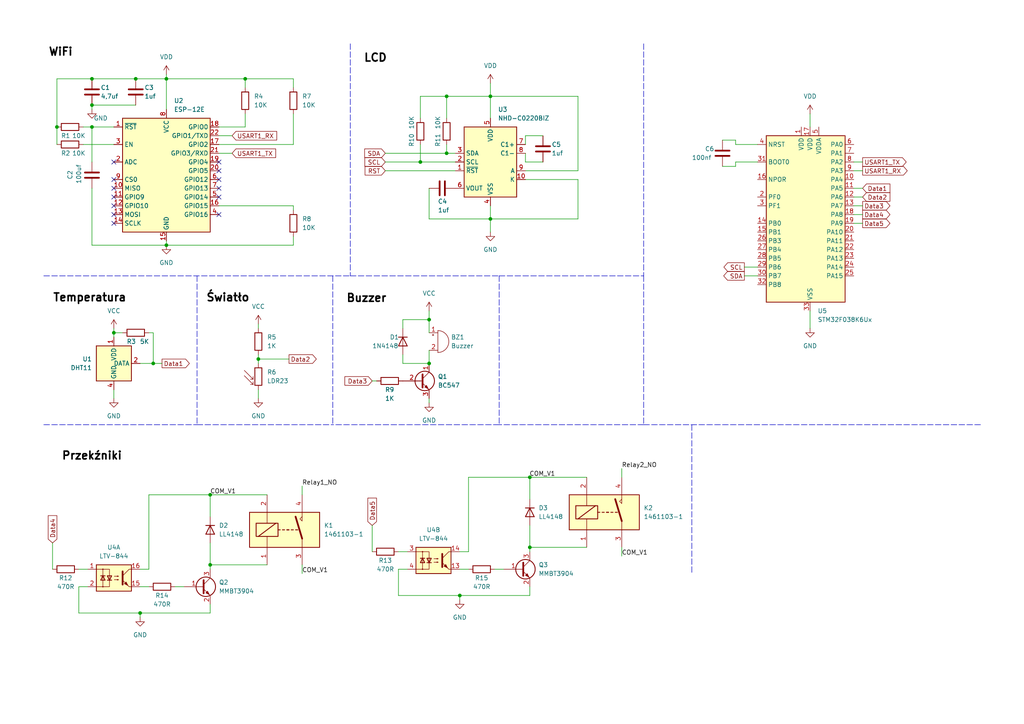
<source format=kicad_sch>
(kicad_sch (version 20230121) (generator eeschema)
  (paper "A4")
  (lib_symbols
    (symbol "Device:Buzzer" (pin_names (offset 0.0254) hide)
      (property "Reference" "BZ" (at 3.81 1.27 0))
      (property "Value" "Buzzer" (at 3.81 -1.27 0))
      (symbol "Buzzer_0_1"
        (arc (start 0 -3.175) (mid 3.1612 0) (end 0 3.175))
        (polyline (pts (xy -1.651 1.905) (xy -1.143 1.905)))
        (polyline (pts (xy -1.397 2.159) (xy -1.397 1.651)))
        (polyline (pts (xy 0 3.175) (xy 0 -3.175)))
      )
      (symbol "Buzzer_1_1"
        (pin passive line (at -2.54 2.54 0) (length 2.54) (name "-") (number "1"))
        (pin passive line (at -2.54 -2.54 0) (length 2.54) (name "+") (number "2"))
      )
    )
    (symbol "Device:C" (pin_numbers hide) (pin_names (offset 0.254))
      (property "Reference" "C" (at 0.635 2.54 0))
      (property "Value" "C" (at 0.635 -2.54 0))
      (symbol "C_0_1"
        (polyline (pts (xy -2.032 -0.762) (xy 2.032 -0.762)) (stroke (width 0.508)))
        (polyline (pts (xy -2.032 0.762) (xy 2.032 0.762)) (stroke (width 0.508)))
      )
      (symbol "C_1_1"
        (pin passive line (at 0 3.81 270) (length 2.794) (name "~") (number "1"))
        (pin passive line (at 0 -3.81 90) (length 2.794) (name "~") (number "2"))
      )
    )
    (symbol "Device:R" (pin_numbers hide) (pin_names (offset 0))
      (property "Reference" "R" (at 2.032 0 90))
      (property "Value" "R" (at 0 0 90))
      (symbol "R_0_1"
        (rectangle (start -1.016 -2.54) (end 1.016 2.54) (stroke (width 0.254)))
      )
      (symbol "R_1_1"
        (pin passive line (at 0 3.81 270) (length 1.27) (name "~") (number "1"))
        (pin passive line (at 0 -3.81 90) (length 1.27) (name "~") (number "2"))
      )
    )
    (symbol "Diode:1N4148" (pin_numbers hide) (pin_names hide)
      (property "Reference" "D" (at 0 2.54 0))
      (property "Value" "1N4148" (at 0 -2.54 0))
      (symbol "1N4148_0_1"
        (polyline (pts (xy -1.27 1.27) (xy -1.27 -1.27)) (stroke (width 0.254)))
        (polyline (pts (xy 1.27 0) (xy -1.27 0)))
        (polyline (pts (xy 1.27 1.27) (xy 1.27 -1.27) (xy -1.27 0) (xy 1.27 1.27)) (stroke (width 0.254)))
      )
      (symbol "1N4148_1_1"
        (pin passive line (at -3.81 0 0) (length 2.54) (name "K") (number "1"))
        (pin passive line (at 3.81 0 180) (length 2.54) (name "A") (number "2"))
      )
    )
    (symbol "Diode:LL4148" (pin_numbers hide) (pin_names hide)
      (property "Reference" "D" (at 0 2.54 0))
      (property "Value" "LL4148" (at 0 -2.54 0))
      (symbol "LL4148_0_1"
        (polyline (pts (xy -1.27 1.27) (xy -1.27 -1.27)) (stroke (width 0.254)))
        (polyline (pts (xy 1.27 0) (xy -1.27 0)))
        (polyline (pts (xy 1.27 1.27) (xy 1.27 -1.27) (xy -1.27 0) (xy 1.27 1.27)) (stroke (width 0.254)))
      )
      (symbol "LL4148_1_1"
        (pin passive line (at -3.81 0 0) (length 2.54) (name "K") (number "1"))
        (pin passive line (at 3.81 0 180) (length 2.54) (name "A") (number "2"))
      )
    )
    (symbol "Display_Character:NHD-C0220BIZ"
      (property "Reference" "U" (at -6.35 11.43 0))
      (property "Value" "NHD-C0220BIZ" (at 8.89 11.43 0))
      (symbol "NHD-C0220BIZ_0_1"
        (rectangle (start -7.62 10.16) (end 7.62 -10.16) (stroke (width 0.254)) (fill (type background)))
      )
      (symbol "NHD-C0220BIZ_1_1"
        (pin input line (at -10.16 -2.54 0) (length 2.54) (name "~{RST}") (number "1"))
        (pin passive line (at 10.16 -5.08 180) (length 2.54) (name "K") (number "10"))
        (pin input line (at -10.16 0 0) (length 2.54) (name "SCL") (number "2"))
        (pin bidirectional line (at -10.16 2.54 0) (length 2.54) (name "SDA") (number "3"))
        (pin power_in line (at 0 -12.7 90) (length 2.54) (name "VSS") (number "4"))
        (pin power_in line (at 0 12.7 270) (length 2.54) (name "VDD") (number "5"))
        (pin passive line (at -10.16 -7.62 0) (length 2.54) (name "VOUT") (number "6"))
        (pin passive line (at 10.16 5.08 180) (length 2.54) (name "C1+") (number "7"))
        (pin passive line (at 10.16 2.54 180) (length 2.54) (name "C1-") (number "8"))
        (pin passive line (at 10.16 -2.54 180) (length 2.54) (name "A") (number "9"))
      )
    )
    (symbol "Isolator:LTV-844" (pin_names (offset 1.016))
      (property "Reference" "U" (at -5.08 5.08 0))
      (property "Value" "LTV-844" (at 0 5.08 0))
      (symbol "LTV-844_0_1"
        (rectangle (start -5.08 3.81) (end 5.08 -3.81) (stroke (width 0.254)) (fill (type background)))
        (circle (center -3.175 -2.54) (radius 0.127))
        (circle (center -3.175 2.54) (radius 0.127))
        (polyline (pts (xy -3.81 0.635) (xy -2.54 0.635)) (stroke (width 0.254)))
        (polyline (pts (xy -3.175 0.635) (xy -3.175 -2.54)))
        (polyline (pts (xy -3.175 0.635) (xy -3.175 2.54)))
        (polyline (pts (xy -1.905 -0.635) (xy -0.635 -0.635)) (stroke (width 0.254)))
        (polyline (pts (xy 2.54 0.635) (xy 4.445 2.54)))
        (polyline (pts (xy 4.445 -2.54) (xy 2.54 -0.635)) (fill (type outline)))
        (polyline (pts (xy 4.445 -2.54) (xy 5.08 -2.54)))
        (polyline (pts (xy 4.445 2.54) (xy 5.08 2.54)))
        (polyline (pts (xy -5.08 2.54) (xy -1.27 2.54) (xy -1.27 -0.635)))
        (polyline (pts (xy -1.27 -0.635) (xy -1.27 -2.54) (xy -5.08 -2.54)))
        (polyline (pts (xy 2.54 1.905) (xy 2.54 -1.905) (xy 2.54 -1.905)) (stroke (width 0.508)))
        (polyline (pts (xy -3.175 0.635) (xy -3.81 -0.635) (xy -2.54 -0.635) (xy -3.175 0.635)) (stroke (width 0.254)))
        (polyline (pts (xy -1.27 -0.635) (xy -1.905 0.635) (xy -0.635 0.635) (xy -1.27 -0.635)) (stroke (width 0.254)))
        (polyline (pts (xy 0.127 -0.508) (xy 1.397 -0.508) (xy 1.016 -0.635) (xy 1.016 -0.381) (xy 1.397 -0.508)))
        (polyline (pts (xy 0.127 0.508) (xy 1.397 0.508) (xy 1.016 0.381) (xy 1.016 0.635) (xy 1.397 0.508)))
        (polyline (pts (xy 3.048 -1.651) (xy 3.556 -1.143) (xy 4.064 -2.159) (xy 3.048 -1.651) (xy 3.048 -1.651)) (fill (type outline)))
      )
      (symbol "LTV-844_1_1"
        (pin passive line (at -7.62 2.54 0) (length 2.54) (name "~") (number "1"))
        (pin passive line (at 7.62 -2.54 180) (length 2.54) (name "~") (number "15"))
        (pin passive line (at 7.62 2.54 180) (length 2.54) (name "~") (number "16"))
        (pin passive line (at -7.62 -2.54 0) (length 2.54) (name "~") (number "2"))
      )
      (symbol "LTV-844_2_1"
        (pin passive line (at 7.62 -2.54 180) (length 2.54) (name "~") (number "13"))
        (pin passive line (at 7.62 2.54 180) (length 2.54) (name "~") (number "14"))
        (pin passive line (at -7.62 2.54 0) (length 2.54) (name "~") (number "3"))
        (pin passive line (at -7.62 -2.54 0) (length 2.54) (name "~") (number "4"))
      )
      (symbol "LTV-844_3_1"
        (pin passive line (at 7.62 -2.54 180) (length 2.54) (name "~") (number "11"))
        (pin passive line (at 7.62 2.54 180) (length 2.54) (name "~") (number "12"))
        (pin passive line (at -7.62 2.54 0) (length 2.54) (name "~") (number "5"))
        (pin passive line (at -7.62 -2.54 0) (length 2.54) (name "~") (number "6"))
      )
      (symbol "LTV-844_4_1"
        (pin passive line (at 7.62 2.54 180) (length 2.54) (name "~") (number "10"))
        (pin passive line (at -7.62 2.54 0) (length 2.54) (name "~") (number "7"))
        (pin passive line (at -7.62 -2.54 0) (length 2.54) (name "~") (number "8"))
        (pin passive line (at 7.62 -2.54 180) (length 2.54) (name "~") (number "9"))
      )
    )
    (symbol "MCU_ST_STM32F0:STM32F038K6Ux"
      (property "Reference" "U" (at -10.16 26.67 0))
      (property "Value" "STM32F038K6Ux" (at 7.62 26.67 0))
      (symbol "STM32F038K6Ux_0_1"
        (rectangle (start -10.16 -22.86) (end 12.7 25.4) (stroke (width 0.254)) (fill (type background)))
      )
      (symbol "STM32F038K6Ux_1_1"
        (pin power_in line (at 0 27.94 270) (length 2.54) (name "VDD") (number "1"))
        (pin bidirectional line (at 15.24 12.7 180) (length 2.54) (name "PA4") (number "10"))
        (pin bidirectional line (at 15.24 10.16 180) (length 2.54) (name "PA5") (number "11"))
        (pin bidirectional line (at 15.24 7.62 180) (length 2.54) (name "PA6") (number "12"))
        (pin bidirectional line (at 15.24 5.08 180) (length 2.54) (name "PA7") (number "13"))
        (pin bidirectional line (at -12.7 0 0) (length 2.54) (name "PB0") (number "14"))
        (pin bidirectional line (at -12.7 -2.54 0) (length 2.54) (name "PB1") (number "15"))
        (pin input line (at -12.7 12.7 0) (length 2.54) (name "NPOR") (number "16"))
        (pin power_in line (at 2.54 27.94 270) (length 2.54) (name "VDD") (number "17"))
        (pin bidirectional line (at 15.24 2.54 180) (length 2.54) (name "PA8") (number "18"))
        (pin bidirectional line (at 15.24 0 180) (length 2.54) (name "PA9") (number "19"))
        (pin bidirectional line (at -12.7 7.62 0) (length 2.54) (name "PF0") (number "2"))
        (pin bidirectional line (at 15.24 -2.54 180) (length 2.54) (name "PA10") (number "20"))
        (pin bidirectional line (at 15.24 -5.08 180) (length 2.54) (name "PA11") (number "21"))
        (pin bidirectional line (at 15.24 -7.62 180) (length 2.54) (name "PA12") (number "22"))
        (pin bidirectional line (at 15.24 -10.16 180) (length 2.54) (name "PA13") (number "23"))
        (pin bidirectional line (at 15.24 -12.7 180) (length 2.54) (name "PA14") (number "24"))
        (pin bidirectional line (at 15.24 -15.24 180) (length 2.54) (name "PA15") (number "25"))
        (pin bidirectional line (at -12.7 -5.08 0) (length 2.54) (name "PB3") (number "26"))
        (pin bidirectional line (at -12.7 -7.62 0) (length 2.54) (name "PB4") (number "27"))
        (pin bidirectional line (at -12.7 -10.16 0) (length 2.54) (name "PB5") (number "28"))
        (pin bidirectional line (at -12.7 -12.7 0) (length 2.54) (name "PB6") (number "29"))
        (pin bidirectional line (at -12.7 5.08 0) (length 2.54) (name "PF1") (number "3"))
        (pin bidirectional line (at -12.7 -15.24 0) (length 2.54) (name "PB7") (number "30"))
        (pin input line (at -12.7 17.78 0) (length 2.54) (name "BOOT0") (number "31"))
        (pin bidirectional line (at -12.7 -17.78 0) (length 2.54) (name "PB8") (number "32"))
        (pin power_in line (at 2.54 -25.4 90) (length 2.54) (name "VSS") (number "33"))
        (pin input line (at -12.7 22.86 0) (length 2.54) (name "NRST") (number "4"))
        (pin power_in line (at 5.08 27.94 270) (length 2.54) (name "VDDA") (number "5"))
        (pin bidirectional line (at 15.24 22.86 180) (length 2.54) (name "PA0") (number "6"))
        (pin bidirectional line (at 15.24 20.32 180) (length 2.54) (name "PA1") (number "7"))
        (pin bidirectional line (at 15.24 17.78 180) (length 2.54) (name "PA2") (number "8"))
        (pin bidirectional line (at 15.24 15.24 180) (length 2.54) (name "PA3") (number "9"))
      )
    )
    (symbol "RF_Module:ESP-12E"
      (property "Reference" "U" (at -12.7 19.05 0))
      (property "Value" "ESP-12E" (at 12.7 19.05 0))
      (symbol "ESP-12E_0_1"
        (rectangle (start -12.7 17.78) (end 12.7 -15.24) (stroke (width 0.254)) (fill (type background)))
      )
      (symbol "ESP-12E_1_1"
        (pin input line (at -15.24 15.24 0) (length 2.54) (name "~{RST}") (number "1"))
        (pin bidirectional line (at -15.24 -2.54 0) (length 2.54) (name "MISO") (number "10"))
        (pin bidirectional line (at -15.24 -5.08 0) (length 2.54) (name "GPIO9") (number "11"))
        (pin bidirectional line (at -15.24 -7.62 0) (length 2.54) (name "GPIO10") (number "12"))
        (pin bidirectional line (at -15.24 -10.16 0) (length 2.54) (name "MOSI") (number "13"))
        (pin bidirectional line (at -15.24 -12.7 0) (length 2.54) (name "SCLK") (number "14"))
        (pin power_in line (at 0 -17.78 90) (length 2.54) (name "GND") (number "15"))
        (pin bidirectional line (at 15.24 -7.62 180) (length 2.54) (name "GPIO15") (number "16"))
        (pin bidirectional line (at 15.24 10.16 180) (length 2.54) (name "GPIO2") (number "17"))
        (pin bidirectional line (at 15.24 15.24 180) (length 2.54) (name "GPIO0") (number "18"))
        (pin bidirectional line (at 15.24 5.08 180) (length 2.54) (name "GPIO4") (number "19"))
        (pin input line (at -15.24 5.08 0) (length 2.54) (name "ADC") (number "2"))
        (pin bidirectional line (at 15.24 2.54 180) (length 2.54) (name "GPIO5") (number "20"))
        (pin bidirectional line (at 15.24 7.62 180) (length 2.54) (name "GPIO3/RXD") (number "21"))
        (pin bidirectional line (at 15.24 12.7 180) (length 2.54) (name "GPIO1/TXD") (number "22"))
        (pin input line (at -15.24 10.16 0) (length 2.54) (name "EN") (number "3"))
        (pin bidirectional line (at 15.24 -10.16 180) (length 2.54) (name "GPIO16") (number "4"))
        (pin bidirectional line (at 15.24 -5.08 180) (length 2.54) (name "GPIO14") (number "5"))
        (pin bidirectional line (at 15.24 0 180) (length 2.54) (name "GPIO12") (number "6"))
        (pin bidirectional line (at 15.24 -2.54 180) (length 2.54) (name "GPIO13") (number "7"))
        (pin power_in line (at 0 20.32 270) (length 2.54) (name "VCC") (number "8"))
        (pin input line (at -15.24 0 0) (length 2.54) (name "CS0") (number "9"))
      )
    )
    (symbol "Relay1:1461103-1"
      (property "Reference" "K1" (at 11.43 1.27 0))
      (property "Value" "1461103-1" (at 11.43 -1.27 0))
      (symbol "1461103-1_1_0"
        (polyline (pts (xy 5.08 3.81) (xy 5.08 5.08)))
        (polyline (pts (xy 5.08 3.81) (xy 5.08 2.54) (xy 4.445 3.175) (xy 5.08 3.81)))
      )
      (symbol "1461103-1_1_1"
        (rectangle (start -10.16 5.08) (end 10.16 -5.08) (stroke (width 0.254)) (fill (type background)))
        (rectangle (start -8.255 1.905) (end -1.905 -1.905) (stroke (width 0.254)))
        (polyline (pts (xy -7.62 -1.905) (xy -2.54 1.905)) (stroke (width 0.254)))
        (polyline (pts (xy -5.08 -5.08) (xy -5.08 -1.905)))
        (polyline (pts (xy -5.08 5.08) (xy -5.08 1.905)))
        (polyline (pts (xy -1.905 0) (xy -1.27 0)) (stroke (width 0.254)))
        (polyline (pts (xy -0.635 0) (xy 0 0)) (stroke (width 0.254)))
        (polyline (pts (xy 0.635 0) (xy 1.27 0)) (stroke (width 0.254)))
        (polyline (pts (xy 0.635 0) (xy 1.27 0)) (stroke (width 0.254)))
        (polyline (pts (xy 1.905 0) (xy 2.54 0)) (stroke (width 0.254)))
        (polyline (pts (xy 3.175 0) (xy 3.81 0)) (stroke (width 0.254)))
        (polyline (pts (xy 5.08 -2.54) (xy 3.175 3.81)) (stroke (width 0.508)))
        (polyline (pts (xy 5.08 -2.54) (xy 5.08 -5.08)))
        (pin passive line (at -5.08 -10.16 90) (length 5.08) (name "~") (number "1"))
        (pin passive line (at -5.08 10.16 270) (length 5.08) (name "~") (number "2"))
        (pin passive line (at 5.08 -10.16 90) (length 5.08) (name "~") (number "3"))
        (pin passive line (at 5.08 10.16 270) (length 5.08) (name "~") (number "4"))
      )
    )
    (symbol "Sensor:DHT11"
      (property "Reference" "U" (at -3.81 6.35 0))
      (property "Value" "DHT11" (at 3.81 6.35 0))
      (symbol "DHT11_0_1"
        (rectangle (start -5.08 5.08) (end 5.08 -5.08) (stroke (width 0.254)) (fill (type background)))
      )
      (symbol "DHT11_1_1"
        (pin power_in line (at 0 7.62 270) (length 2.54) (name "VDD") (number "1"))
        (pin bidirectional line (at 7.62 0 180) (length 2.54) (name "DATA") (number "2"))
        (pin no_connect line (at -5.08 0 0) (length 2.54) hide (name "NC") (number "3"))
        (pin power_in line (at 0 -7.62 90) (length 2.54) (name "GND") (number "4"))
      )
    )
    (symbol "Sensor_Optical:LDR07" (pin_numbers hide) (pin_names (offset 0))
      (property "Reference" "R" (at -5.08 0 90))
      (property "Value" "LDR23" (at 1.905 0 90))
      (symbol "LDR07_0_1"
        (rectangle (start -1.016 2.54) (end 1.016 -2.54) (stroke (width 0.254)))
        (polyline (pts (xy -1.524 -2.286) (xy -4.064 0.254)))
        (polyline (pts (xy -1.524 -2.286) (xy -2.286 -2.286)))
        (polyline (pts (xy -1.524 -2.286) (xy -1.524 -1.524)))
        (polyline (pts (xy -1.524 -0.762) (xy -4.064 1.778)))
        (polyline (pts (xy -1.524 -0.762) (xy -2.286 -0.762)))
        (polyline (pts (xy -1.524 -0.762) (xy -1.524 0)))
      )
      (symbol "LDR07_1_1"
        (pin passive line (at 0 3.81 270) (length 1.27) (name "~") (number "1"))
        (pin passive line (at 0 -3.81 90) (length 1.27) (name "~") (number "2"))
      )
    )
    (symbol "Transistor_BJT:BC547" (pin_names (offset 0) hide)
      (property "Reference" "Q" (at 5.08 1.905 0))
      (property "Value" "BC547" (at 5.08 0 0))
      (symbol "BC547_0_1"
        (polyline (pts (xy 0 0) (xy 0.635 0)))
        (polyline (pts (xy 0.635 0.635) (xy 2.54 2.54)))
        (polyline (pts (xy 0.635 -0.635) (xy 2.54 -2.54) (xy 2.54 -2.54)))
        (polyline (pts (xy 0.635 1.905) (xy 0.635 -1.905) (xy 0.635 -1.905)) (stroke (width 0.508)))
        (polyline (pts (xy 1.27 -1.778) (xy 1.778 -1.27) (xy 2.286 -2.286) (xy 1.27 -1.778) (xy 1.27 -1.778)) (fill (type outline)))
        (circle (center 1.27 0) (radius 2.8194) (stroke (width 0.254)))
      )
      (symbol "BC547_1_1"
        (pin passive line (at 2.54 5.08 270) (length 2.54) (name "C") (number "1"))
        (pin input line (at -5.08 0 0) (length 5.08) (name "B") (number "2"))
        (pin passive line (at 2.54 -5.08 90) (length 2.54) (name "E") (number "3"))
      )
    )
    (symbol "Transistor_BJT:MMBT3904" (pin_names (offset 0) hide)
      (property "Reference" "Q" (at 5.08 1.905 0))
      (property "Value" "MMBT3904" (at 5.08 0 0))
      (symbol "MMBT3904_0_1"
        (polyline (pts (xy 0.635 0.635) (xy 2.54 2.54)))
        (polyline (pts (xy 0.635 -0.635) (xy 2.54 -2.54) (xy 2.54 -2.54)))
        (polyline (pts (xy 0.635 1.905) (xy 0.635 -1.905) (xy 0.635 -1.905)) (stroke (width 0.508)))
        (polyline (pts (xy 1.27 -1.778) (xy 1.778 -1.27) (xy 2.286 -2.286) (xy 1.27 -1.778) (xy 1.27 -1.778)) (fill (type outline)))
        (circle (center 1.27 0) (radius 2.8194) (stroke (width 0.254)))
      )
      (symbol "MMBT3904_1_1"
        (pin input line (at -5.08 0 0) (length 5.715) (name "B") (number "1"))
        (pin passive line (at 2.54 -5.08 90) (length 2.54) (name "E") (number "2"))
        (pin passive line (at 2.54 5.08 270) (length 2.54) (name "C") (number "3"))
      )
    )
    (symbol "power:GND" (power) (pin_names (offset 0))
      (property "Value" "GND" (at 0 -3.81 0))
      (symbol "GND_0_1"
        (polyline (pts (xy 0 0) (xy 0 -1.27) (xy 1.27 -1.27) (xy 0 -2.54) (xy -1.27 -1.27) (xy 0 -1.27)))
      )
      (symbol "GND_1_1"
        (pin power_in line (at 0 0 270) (length 0) hide (name "GND") (number "1"))
      )
    )
    (symbol "power:VCC" (power) (pin_names (offset 0))
      (property "Value" "VCC" (at 0 3.81 0))
      (symbol "VCC_0_1"
        (polyline (pts (xy -0.762 1.27) (xy 0 2.54)))
        (polyline (pts (xy 0 0) (xy 0 2.54)))
        (polyline (pts (xy 0 2.54) (xy 0.762 1.27)))
      )
      (symbol "VCC_1_1"
        (pin power_in line (at 0 0 90) (length 0) hide (name "VCC") (number "1"))
      )
    )
    (symbol "power:VDD" (power) (pin_names (offset 0))
      (property "Value" "VDD" (at 0 3.81 0))
      (symbol "VDD_0_1"
        (polyline (pts (xy -0.762 1.27) (xy 0 2.54)))
        (polyline (pts (xy 0 0) (xy 0 2.54)))
        (polyline (pts (xy 0 2.54) (xy 0.762 1.27)))
      )
      (symbol "VDD_1_1"
        (pin power_in line (at 0 0 90) (length 0) hide (name "VDD") (number "1"))
      )
    )
  )
  (junction (at 33.02 96.52))
  (junction (at 48.26 22.86))
  (junction (at 133.35 172.72))
  (junction (at 26.67 36.83))
  (junction (at 39.37 22.86))
  (junction (at 129.54 27.94))
  (junction (at 124.46 105.41))
  (junction (at 129.54 44.45))
  (junction (at 153.67 158.75))
  (junction (at 60.96 143.51))
  (junction (at 16.51 36.83))
  (junction (at 26.67 22.86))
  (junction (at 71.12 22.86))
  (junction (at 142.24 27.94))
  (junction (at 60.96 163.83))
  (junction (at 142.24 63.5))
  (junction (at 74.93 104.14))
  (junction (at 44.45 105.41))
  (junction (at 48.26 71.12))
  (junction (at 124.46 92.71))
  (junction (at 40.64 177.8))
  (junction (at 26.67 30.48))
  (junction (at 121.92 46.99))
  (junction (at 153.67 138.43))
  (no_connect (at 63.5 57.15))
  (no_connect (at 33.02 59.69))
  (no_connect (at 63.5 52.07))
  (no_connect (at 33.02 52.07))
  (no_connect (at 33.02 46.99))
  (no_connect (at 33.02 57.15))
  (no_connect (at 63.5 49.53))
  (no_connect (at 33.02 54.61))
  (no_connect (at 33.02 64.77))
  (no_connect (at 33.02 62.23))
  (no_connect (at 63.5 54.61))
  (no_connect (at 63.5 62.23))
  (no_connect (at 63.5 46.99))
  (wire (pts (xy 129.54 44.45) (xy 129.54 41.91)))
  (wire (pts (xy 133.35 160.02) (xy 135.89 160.02)))
  (wire (pts (xy 213.36 40.64) (xy 213.36 41.91)))
  (wire (pts (xy 87.63 140.97) (xy 87.63 143.51)))
  (wire (pts (xy 111.76 49.53) (xy 132.08 49.53)))
  (wire (pts (xy 74.93 104.14) (xy 83.82 104.14)))
  (wire (pts (xy 133.35 172.72) (xy 133.35 173.99)))
  (wire (pts (xy 118.11 165.1) (xy 115.57 165.1)))
  (polyline (pts (xy 144.78 80.01) (xy 186.69 80.01)) (stroke (width 0) (type dash)))
  (wire (pts (xy 116.84 92.71) (xy 124.46 92.71)))
  (wire (pts (xy 124.46 90.17) (xy 124.46 92.71)))
  (wire (pts (xy 180.34 135.89) (xy 180.34 138.43)))
  (wire (pts (xy 213.36 48.26) (xy 213.36 46.99)))
  (polyline (pts (xy 101.6 80.01) (xy 144.78 80.01)) (stroke (width 0) (type dash)))
  (wire (pts (xy 129.54 34.29) (xy 129.54 27.94)))
  (wire (pts (xy 40.64 105.41) (xy 44.45 105.41)))
  (wire (pts (xy 124.46 63.5) (xy 142.24 63.5)))
  (polyline (pts (xy 57.15 80.01) (xy 57.15 123.19)) (stroke (width 0) (type dash)))
  (wire (pts (xy 48.26 71.12) (xy 48.26 69.85)))
  (wire (pts (xy 44.45 105.41) (xy 44.45 96.52)))
  (wire (pts (xy 16.51 36.83) (xy 16.51 41.91)))
  (wire (pts (xy 146.05 165.1) (xy 143.51 165.1)))
  (wire (pts (xy 43.18 165.1) (xy 43.18 143.51)))
  (wire (pts (xy 213.36 48.26) (xy 209.55 48.26)))
  (wire (pts (xy 22.86 177.8) (xy 40.64 177.8)))
  (wire (pts (xy 142.24 27.94) (xy 167.64 27.94)))
  (wire (pts (xy 215.9 80.01) (xy 219.71 80.01)))
  (wire (pts (xy 71.12 33.02) (xy 71.12 36.83)))
  (wire (pts (xy 16.51 22.86) (xy 16.51 36.83)))
  (wire (pts (xy 133.35 165.1) (xy 135.89 165.1)))
  (wire (pts (xy 33.02 96.52) (xy 33.02 97.79)))
  (wire (pts (xy 167.64 52.07) (xy 167.64 63.5)))
  (wire (pts (xy 39.37 22.86) (xy 48.26 22.86)))
  (polyline (pts (xy 96.52 80.01) (xy 96.52 123.19)) (stroke (width 0) (type dash)))
  (wire (pts (xy 60.96 163.83) (xy 77.47 163.83)))
  (wire (pts (xy 85.09 68.58) (xy 85.09 71.12)))
  (polyline (pts (xy 144.78 80.01) (xy 144.78 123.19)) (stroke (width 0) (type dash)))
  (wire (pts (xy 124.46 105.41) (xy 116.84 105.41)))
  (wire (pts (xy 247.65 62.23) (xy 250.19 62.23)))
  (wire (pts (xy 247.65 64.77) (xy 250.19 64.77)))
  (wire (pts (xy 124.46 54.61) (xy 124.46 63.5)))
  (polyline (pts (xy 101.6 12.7) (xy 101.6 80.01)) (stroke (width 0) (type dash)))
  (wire (pts (xy 44.45 96.52) (xy 43.18 96.52)))
  (wire (pts (xy 43.18 143.51) (xy 60.96 143.51)))
  (wire (pts (xy 26.67 71.12) (xy 48.26 71.12)))
  (wire (pts (xy 107.95 110.49) (xy 109.22 110.49)))
  (wire (pts (xy 167.64 49.53) (xy 167.64 27.94)))
  (wire (pts (xy 121.92 27.94) (xy 129.54 27.94)))
  (wire (pts (xy 85.09 41.91) (xy 85.09 33.02)))
  (wire (pts (xy 116.84 102.87) (xy 116.84 105.41)))
  (wire (pts (xy 116.84 95.25) (xy 116.84 92.71)))
  (wire (pts (xy 24.13 41.91) (xy 33.02 41.91)))
  (wire (pts (xy 152.4 41.91) (xy 152.4 39.37)))
  (polyline (pts (xy 186.69 123.19) (xy 144.78 123.19)) (stroke (width 0) (type dash)))
  (wire (pts (xy 121.92 34.29) (xy 121.92 27.94)))
  (wire (pts (xy 129.54 27.94) (xy 142.24 27.94)))
  (wire (pts (xy 22.86 165.1) (xy 25.4 165.1)))
  (polyline (pts (xy 57.15 123.19) (xy 96.52 123.19)) (stroke (width 0) (type dash)))
  (wire (pts (xy 115.57 160.02) (xy 118.11 160.02)))
  (wire (pts (xy 60.96 163.83) (xy 60.96 165.1)))
  (polyline (pts (xy 144.78 123.19) (xy 96.52 123.19)) (stroke (width 0) (type dash)))
  (wire (pts (xy 74.93 95.25) (xy 74.93 93.98)))
  (wire (pts (xy 60.96 177.8) (xy 60.96 175.26)))
  (wire (pts (xy 247.65 59.69) (xy 250.19 59.69)))
  (wire (pts (xy 33.02 96.52) (xy 35.56 96.52)))
  (wire (pts (xy 71.12 22.86) (xy 71.12 25.4)))
  (wire (pts (xy 115.57 172.72) (xy 133.35 172.72)))
  (wire (pts (xy 135.89 160.02) (xy 135.89 138.43)))
  (wire (pts (xy 153.67 158.75) (xy 153.67 160.02)))
  (wire (pts (xy 40.64 177.8) (xy 40.64 179.07)))
  (wire (pts (xy 63.5 59.69) (xy 85.09 59.69)))
  (wire (pts (xy 40.64 165.1) (xy 43.18 165.1)))
  (polyline (pts (xy 200.66 123.19) (xy 200.66 166.37)) (stroke (width 0) (type dash)))
  (wire (pts (xy 152.4 39.37) (xy 157.48 39.37)))
  (wire (pts (xy 250.19 49.53) (xy 247.65 49.53)))
  (wire (pts (xy 234.95 33.02) (xy 234.95 36.83)))
  (wire (pts (xy 26.67 30.48) (xy 39.37 30.48)))
  (wire (pts (xy 153.67 152.4) (xy 153.67 158.75)))
  (wire (pts (xy 247.65 54.61) (xy 250.19 54.61)))
  (wire (pts (xy 26.67 36.83) (xy 33.02 36.83)))
  (wire (pts (xy 170.18 138.43) (xy 153.67 138.43)))
  (wire (pts (xy 33.02 95.25) (xy 33.02 96.52)))
  (wire (pts (xy 247.65 57.15) (xy 250.19 57.15)))
  (wire (pts (xy 209.55 40.64) (xy 213.36 40.64)))
  (wire (pts (xy 26.67 36.83) (xy 26.67 46.99)))
  (wire (pts (xy 129.54 44.45) (xy 132.08 44.45)))
  (wire (pts (xy 135.89 138.43) (xy 153.67 138.43)))
  (wire (pts (xy 213.36 41.91) (xy 219.71 41.91)))
  (wire (pts (xy 142.24 63.5) (xy 142.24 67.31)))
  (wire (pts (xy 26.67 54.61) (xy 26.67 71.12)))
  (wire (pts (xy 74.93 104.14) (xy 74.93 102.87)))
  (wire (pts (xy 15.24 157.48) (xy 15.24 165.1)))
  (wire (pts (xy 124.46 115.57) (xy 124.46 116.84)))
  (wire (pts (xy 250.19 46.99) (xy 247.65 46.99)))
  (wire (pts (xy 142.24 59.69) (xy 142.24 63.5)))
  (wire (pts (xy 121.92 41.91) (xy 121.92 46.99)))
  (wire (pts (xy 219.71 46.99) (xy 213.36 46.99)))
  (wire (pts (xy 60.96 143.51) (xy 60.96 149.86)))
  (wire (pts (xy 111.76 44.45) (xy 129.54 44.45)))
  (wire (pts (xy 111.76 46.99) (xy 121.92 46.99)))
  (wire (pts (xy 85.09 71.12) (xy 48.26 71.12)))
  (wire (pts (xy 25.4 170.18) (xy 22.86 170.18)))
  (polyline (pts (xy 186.69 123.19) (xy 284.48 123.19)) (stroke (width 0) (type dash)))
  (wire (pts (xy 40.64 177.8) (xy 60.96 177.8)))
  (wire (pts (xy 153.67 138.43) (xy 153.67 144.78)))
  (wire (pts (xy 63.5 36.83) (xy 71.12 36.83)))
  (wire (pts (xy 115.57 165.1) (xy 115.57 172.72)))
  (wire (pts (xy 124.46 92.71) (xy 124.46 96.52)))
  (wire (pts (xy 153.67 172.72) (xy 153.67 170.18)))
  (wire (pts (xy 152.4 52.07) (xy 167.64 52.07)))
  (wire (pts (xy 48.26 22.86) (xy 48.26 31.75)))
  (wire (pts (xy 22.86 170.18) (xy 22.86 177.8)))
  (wire (pts (xy 63.5 41.91) (xy 85.09 41.91)))
  (wire (pts (xy 40.64 170.18) (xy 43.18 170.18)))
  (wire (pts (xy 107.95 152.4) (xy 107.95 160.02)))
  (wire (pts (xy 121.92 46.99) (xy 132.08 46.99)))
  (wire (pts (xy 48.26 21.59) (xy 48.26 22.86)))
  (wire (pts (xy 63.5 39.37) (xy 67.31 39.37)))
  (wire (pts (xy 60.96 157.48) (xy 60.96 163.83)))
  (wire (pts (xy 234.95 90.17) (xy 234.95 95.25)))
  (wire (pts (xy 87.63 163.83) (xy 87.63 166.37)))
  (polyline (pts (xy 186.69 12.7) (xy 186.69 80.01)) (stroke (width 0) (type dash)))
  (wire (pts (xy 153.67 158.75) (xy 170.18 158.75)))
  (wire (pts (xy 157.48 46.99) (xy 152.4 46.99)))
  (wire (pts (xy 74.93 113.03) (xy 74.93 115.57)))
  (wire (pts (xy 142.24 63.5) (xy 167.64 63.5)))
  (wire (pts (xy 142.24 24.13) (xy 142.24 27.94)))
  (wire (pts (xy 26.67 22.86) (xy 39.37 22.86)))
  (wire (pts (xy 180.34 158.75) (xy 180.34 161.29)))
  (wire (pts (xy 133.35 172.72) (xy 153.67 172.72)))
  (wire (pts (xy 24.13 36.83) (xy 26.67 36.83)))
  (wire (pts (xy 85.09 22.86) (xy 85.09 25.4)))
  (polyline (pts (xy 12.7 123.19) (xy 57.15 123.19)) (stroke (width 0) (type dash)))
  (wire (pts (xy 77.47 143.51) (xy 60.96 143.51)))
  (wire (pts (xy 26.67 22.86) (xy 16.51 22.86)))
  (wire (pts (xy 215.9 77.47) (xy 219.71 77.47)))
  (polyline (pts (xy 186.69 80.01) (xy 186.69 123.19)) (stroke (width 0) (type dash)))
  (wire (pts (xy 48.26 22.86) (xy 71.12 22.86)))
  (wire (pts (xy 124.46 101.6) (xy 124.46 105.41)))
  (wire (pts (xy 44.45 105.41) (xy 46.99 105.41)))
  (wire (pts (xy 33.02 115.57) (xy 33.02 113.03)))
  (wire (pts (xy 85.09 59.69) (xy 85.09 60.96)))
  (wire (pts (xy 26.67 30.48) (xy 26.67 31.75)))
  (wire (pts (xy 152.4 49.53) (xy 167.64 49.53)))
  (polyline (pts (xy 12.7 80.01) (xy 101.6 80.01)) (stroke (width 0) (type dash)))
  (wire (pts (xy 152.4 44.45) (xy 152.4 46.99)))
  (wire (pts (xy 71.12 22.86) (xy 85.09 22.86)))
  (wire (pts (xy 63.5 44.45) (xy 67.31 44.45)))
  (wire (pts (xy 53.34 170.18) (xy 50.8 170.18)))
  (wire (pts (xy 142.24 27.94) (xy 142.24 34.29)))
  (wire (pts (xy 74.93 105.41) (xy 74.93 104.14)))
  (text "Przekźniki\n\n\n" (at 17.78 140.97 0) (effects (font (size 2.27 2.27) (thickness 0.454) bold) (justify left bottom)))
  (text "LCD\n\n\n\n" (at 105.41 29.21 0) (effects (font (size 2.27 2.27) (thickness 0.454) bold) (justify left bottom)))
  (text "Światło\n\n" (at 59.69 91.44 0) (effects (font (size 2.27 2.27) (thickness 0.454) bold) (justify left bottom)))
  (text "Temperatura\n\n" (at 15.24 91.44 0) (effects (font (size 2.27 2.27) (thickness 0.454) bold) (justify left bottom)))
  (text "WiFi\n" (at 13.97 16.51 0) (effects (font (size 2.27 2.27) (thickness 0.454) bold) (justify left bottom)))
  (text "Buzzer\n\n\n" (at 100.33 95.25 0) (effects (font (size 2.27 2.27) (thickness 0.454) bold) (justify left bottom)))
  (label "COM_V1" (at 60.96 143.51 0))
  (label "COM_V1" (at 180.34 161.29 0))
  (label "COM_V1" (at 87.63 166.37 0))
  (label "COM_V1" (at 153.5518 138.43 0))
  (label "Relay1_NO" (at 87.63 140.97 0))
  (label "Relay2_NO" (at 180.34 135.89 0))
  (global_label "Data5" (shape input) (at 107.95 152.4 90) (property "Intersheetrefs" "${INTERSHEET_REFS}" (effects hide)))
  (global_label "SDA" (shape output) (at 215.9 80.01 180) (property "Intersheetrefs" "${INTERSHEET_REFS}" (effects hide)))
  (global_label "Data2" (shape output) (at 83.82 104.14 0) (property "Intersheetrefs" "${INTERSHEET_REFS}" (effects hide)))
  (global_label "Data3" (shape output) (at 250.19 59.69 0) (property "Intersheetrefs" "${INTERSHEET_REFS}" (effects hide)))
  (global_label "USART1_RX" (shape input) (at 67.31 39.37 0) (property "Intersheetrefs" "${INTERSHEET_REFS}" (effects hide)))
  (global_label "Data4" (shape output) (at 250.19 62.23 0) (property "Intersheetrefs" "${INTERSHEET_REFS}" (effects hide)))
  (global_label "USART1_TX" (shape output) (at 250.19 46.99 0) (property "Intersheetrefs" "${INTERSHEET_REFS}" (effects hide)))
  (global_label "Data1" (shape input) (at 250.19 54.61 0) (property "Intersheetrefs" "${INTERSHEET_REFS}" (effects hide)))
  (global_label "Data4" (shape input) (at 15.24 157.48 90) (property "Intersheetrefs" "${INTERSHEET_REFS}" (effects hide)))
  (global_label "USART1_RX" (shape output) (at 250.19 49.53 0) (property "Intersheetrefs" "${INTERSHEET_REFS}" (effects hide)))
  (global_label "USART1_TX" (shape input) (at 67.31 44.45 0) (property "Intersheetrefs" "${INTERSHEET_REFS}" (effects hide)))
  (global_label "RST" (shape input) (at 111.76 49.53 180) (property "Intersheetrefs" "${INTERSHEET_REFS}" (effects hide)))
  (global_label "SDA" (shape input) (at 111.76 44.45 180) (property "Intersheetrefs" "${INTERSHEET_REFS}" (effects hide)))
  (global_label "Data5" (shape output) (at 250.19 64.77 0) (property "Intersheetrefs" "${INTERSHEET_REFS}" (effects hide)))
  (global_label "Data1" (shape output) (at 46.99 105.41 0) (property "Intersheetrefs" "${INTERSHEET_REFS}" (effects hide)))
  (global_label "SCL" (shape output) (at 215.9 77.47 180) (property "Intersheetrefs" "${INTERSHEET_REFS}" (effects hide)))
  (global_label "Data3" (shape input) (at 107.95 110.49 180) (property "Intersheetrefs" "${INTERSHEET_REFS}" (effects hide)))
  (global_label "SCL" (shape input) (at 111.76 46.99 180) (property "Intersheetrefs" "${INTERSHEET_REFS}" (effects hide)))
  (global_label "Data2" (shape input) (at 250.19 57.15 0) (property "Intersheetrefs" "${INTERSHEET_REFS}" (effects hide)))
  (symbol (lib_id "Device:R") (at 19.05 165.1 90) (unit 1)
    (property "Reference" "R12" (at 19.05 167.64 90))
    (property "Value" "470R" (at 16.51 170.18 90) (effects (justify right)))
  )
  (symbol (lib_id "power:VCC") (at 74.93 93.98 0) (unit 1)
    (property "Reference" "#PWR06" (effects hide))
    (property "Value" "VCC" (at 74.93 88.9 0))
  )
  (symbol (lib_id "Device:C") (at 128.27 54.61 270) (unit 1)
    (property "Reference" "C4" (at 127 58.42 90) (effects (justify left)))
    (property "Value" "1uf" (at 127 60.96 90) (effects (justify left)))
  )
  (symbol (lib_id "Device:C") (at 26.67 50.8 0) (unit 1)
    (property "Reference" "C2" (at 20.32 52.07 90) (effects (justify left)))
    (property "Value" "100uf" (at 22.86 53.34 90) (effects (justify left)))
  )
  (symbol (lib_id "Diode:LL4148") (at 60.96 153.67 270) (unit 1)
    (property "Reference" "D2" (at 63.5 152.4 90) (effects (justify left)))
    (property "Value" "LL4148" (at 63.5 154.94 90) (effects (justify left)))
    (property "Footprint" "Diode_SMD:D_MiniMELF" (effects hide))
    (property "Datasheet" "http://www.vishay.com/docs/85557/ll4148.pdf" (effects hide))
    (property "Sim.Device" "D" (effects hide))
    (property "Sim.Pins" "1=K 2=A" (effects hide))
  )
  (symbol (lib_id "power:GND") (at 26.67 31.75 0) (unit 1)
    (property "Reference" "#PWR01" (effects hide))
    (property "Value" "GND" (at 29.21 34.29 0))
  )
  (symbol (lib_id "Device:R") (at 46.99 170.18 90) (unit 1)
    (property "Reference" "R14" (at 46.99 172.72 90))
    (property "Value" "470R" (at 44.45 175.26 90) (effects (justify right)))
  )
  (symbol (lib_id "Device:R") (at 20.32 36.83 90) (unit 1)
    (property "Reference" "R1" (at 19.05 39.37 90))
    (property "Value" "10K" (at 22.86 39.37 90))
  )
  (symbol (lib_id "power:GND") (at 142.24 67.31 0) (unit 1)
    (property "Reference" "#PWR011" (effects hide))
    (property "Value" "GND" (at 142.24 72.39 0))
  )
  (symbol (lib_id "power:GND") (at 48.26 71.12 0) (unit 1)
    (property "Reference" "#PWR05" (effects hide))
    (property "Value" "GND" (at 48.26 76.2 0))
  )
  (symbol (lib_id "Device:R") (at 85.09 64.77 0) (unit 1)
    (property "Reference" "R8" (at 87.63 63.5 0) (effects (justify left)))
    (property "Value" "10K" (at 87.63 66.04 0) (effects (justify left)))
  )
  (symbol (lib_id "Device:C") (at 39.37 26.67 0) (unit 1)
    (property "Reference" "C3" (at 41.91 25.4 0) (effects (justify left)))
    (property "Value" "1uf" (at 41.91 27.94 0) (effects (justify left)))
  )
  (symbol (lib_id "Sensor_Optical:LDR07") (at 74.93 109.22 0) (unit 1)
    (property "Reference" "R6" (at 77.47 107.95 0) (effects (justify left)))
    (property "Value" "LDR23" (at 77.47 110.49 0) (effects (justify left)))
    (property "Footprint" "500mW; 50÷100kΩ; 560nm; THT; ØLED: 20mm;" (effects hide))
    (property "Datasheet" "https://www.tme.eu/pl/details/02-ldr23/fotorezystory/nte-electronics/?brutto=1&currency=PLN&gad_source=1&gclid=CjwKCAiAgeeqBhBAEiwAoDDhnxxvvgZ09eV3et7v3hX89EgXv7xleamlIjj7GZW6hUo37maD1W62bxoCXXIQAvD_BwE" (effects hide))
  )
  (symbol (lib_id "Diode:LL4148") (at 153.67 148.59 270) (unit 1)
    (property "Reference" "D3" (at 156.21 147.32 90) (effects (justify left)))
    (property "Value" "LL4148" (at 156.21 149.86 90) (effects (justify left)))
    (property "Footprint" "Diode_SMD:D_MiniMELF" (effects hide))
    (property "Datasheet" "http://www.vishay.com/docs/85557/ll4148.pdf" (effects hide))
    (property "Sim.Device" "D" (effects hide))
    (property "Sim.Pins" "1=K 2=A" (effects hide))
  )
  (symbol (lib_id "RF_Module:ESP-12E") (at 48.26 52.07 0) (unit 1)
    (property "Reference" "U2" (at 50.4541 29.21 0) (effects (justify left)))
    (property "Value" "ESP-12E" (at 50.4541 31.75 0) (effects (justify left)))
    (property "Footprint" "RF_Module:ESP-12E" (effects hide))
    (property "Datasheet" "http://wiki.ai-thinker.com/_media/esp8266/esp8266_series_modules_user_manual_v1.1.pdf" (effects hide))
  )
  (symbol (lib_id "power:GND") (at 133.35 173.99 0) (unit 1)
    (property "Reference" "#PWR013" (effects hide))
    (property "Value" "GND" (at 133.35 179.07 0))
  )
  (symbol (lib_id "power:GND") (at 33.02 115.57 0) (unit 1)
    (property "Reference" "#PWR03" (effects hide))
    (property "Value" "GND" (at 33.02 120.65 0))
  )
  (symbol (lib_id "Relay1:1461103-1") (at 175.26 148.59 0) (unit 1)
    (property "Reference" "K2" (at 186.69 147.32 0) (effects (justify left)))
    (property "Value" "1461103-1" (at 186.69 149.86 0) (effects (justify left)))
  )
  (symbol (lib_id "power:VCC") (at 33.02 95.25 0) (unit 1)
    (property "Reference" "#PWR02" (effects hide))
    (property "Value" "VCC" (at 33.02 90.17 0))
  )
  (symbol (lib_id "Device:C") (at 157.48 43.18 0) (unit 1)
    (property "Reference" "C5" (at 160.02 41.91 0) (effects (justify left)))
    (property "Value" "1uf" (at 160.02 44.45 0) (effects (justify left)))
  )
  (symbol (lib_id "Device:R") (at 139.7 165.1 90) (unit 1)
    (property "Reference" "R15" (at 139.7 167.64 90))
    (property "Value" "470R" (at 137.16 170.18 90) (effects (justify right)))
  )
  (symbol (lib_id "Device:Buzzer") (at 127 99.06 0) (unit 1)
    (property "Reference" "BZ1" (at 130.81 97.79 0) (effects (justify left)))
    (property "Value" "Buzzer" (at 130.81 100.33 0) (effects (justify left)))
  )
  (symbol (lib_id "Device:R") (at 129.54 38.1 0) (unit 1)
    (property "Reference" "R11" (at 127 40.64 90))
    (property "Value" "10K" (at 127 35.56 90))
  )
  (symbol (lib_id "Device:R") (at 39.37 96.52 90) (unit 1)
    (property "Reference" "R3" (at 38.1 99.06 90))
    (property "Value" "5K" (at 41.91 99.06 90))
  )
  (symbol (lib_id "Relay1:1461103-1") (at 82.55 153.67 0) (unit 1)
    (property "Reference" "K1" (at 93.98 152.4 0) (effects (justify left)))
    (property "Value" "1461103-1" (at 93.98 154.94 0) (effects (justify left)))
  )
  (symbol (lib_id "power:VDD") (at 142.24 24.13 0) (unit 1)
    (property "Reference" "#PWR010" (effects hide))
    (property "Value" "VDD" (at 142.24 19.05 0))
  )
  (symbol (lib_id "Transistor_BJT:MMBT3904") (at 151.13 165.1 0) (unit 1)
    (property "Reference" "Q3" (at 156.21 163.83 0) (effects (justify left)))
    (property "Value" "MMBT3904" (at 156.21 166.37 0) (effects (justify left)))
    (property "Footprint" "Package_TO_SOT_SMD:SOT-23" (effects hide))
    (property "Datasheet" "https://www.onsemi.com/pdf/datasheet/pzt3904-d.pdf" (effects hide))
  )
  (symbol (lib_id "Device:R") (at 20.32 41.91 90) (unit 1)
    (property "Reference" "R2" (at 19.05 44.45 90))
    (property "Value" "10K" (at 22.86 44.45 90))
  )
  (symbol (lib_id "Isolator:LTV-844") (at 33.02 167.64 0) (unit 1)
    (property "Reference" "U4" (at 33.02 158.75 0))
    (property "Value" "LTV-844" (at 33.02 161.29 0))
    (property "Footprint" "Package_DIP:DIP-16_W7.62mm" (effects hide))
    (property "Datasheet" "http://optoelectronics.liteon.com/upload/download/DS-70-96-0013/S_110_LTV-814%20824%20844%20(M,%20S,%20S-TA,%20S-TA1,%20S-TP)%20Series.pdf" (effects hide))
  )
  (symbol (lib_id "Sensor:DHT11") (at 33.02 105.41 0) (unit 1)
    (property "Reference" "U1" (at 26.67 104.14 0) (effects (justify right)))
    (property "Value" "DHT11" (at 26.67 106.68 0) (effects (justify right)))
    (property "Footprint" "Sensor:Aosong_DHT11_5.5x12.0_P2.54mm" (effects hide))
    (property "Datasheet" "http://akizukidenshi.com/download/ds/aosong/DHT11.pdf" (effects hide))
  )
  (symbol (lib_id "power:GND") (at 40.64 179.07 0) (unit 1)
    (property "Reference" "#PWR012" (effects hide))
    (property "Value" "GND" (at 40.64 184.15 0))
  )
  (symbol (lib_id "power:VDD") (at 234.95 33.02 0) (unit 1)
    (property "Reference" "#PWR015" (effects hide))
    (property "Value" "VDD" (at 234.95 27.94 0))
  )
  (symbol (lib_id "Device:R") (at 111.76 160.02 90) (unit 1)
    (property "Reference" "R13" (at 111.76 162.56 90))
    (property "Value" "470R" (at 109.22 165.1 90) (effects (justify right)))
  )
  (symbol (lib_id "power:VCC") (at 124.46 90.17 0) (unit 1)
    (property "Reference" "#PWR08" (effects hide))
    (property "Value" "VCC" (at 124.46 85.09 0))
  )
  (symbol (lib_id "power:GND") (at 74.93 115.57 0) (unit 1)
    (property "Reference" "#PWR07" (effects hide))
    (property "Value" "GND" (at 74.93 120.65 0))
  )
  (symbol (lib_id "Transistor_BJT:BC547") (at 121.92 110.49 0) (unit 1)
    (property "Reference" "Q1" (at 127 109.22 0) (effects (justify left)))
    (property "Value" "BC547" (at 127 111.76 0) (effects (justify left)))
    (property "Footprint" "Package_TO_SOT_THT:TO-92_Inline" (effects hide))
    (property "Datasheet" "https://www.onsemi.com/pub/Collateral/BC550-D.pdf" (effects hide))
  )
  (symbol (lib_id "Device:C") (at 26.67 26.67 0) (unit 1)
    (property "Reference" "C1" (at 29.21 25.4 0) (effects (justify left)))
    (property "Value" "4,7uf" (at 29.21 27.94 0) (effects (justify left)))
  )
  (symbol (lib_id "Device:R") (at 71.12 29.21 0) (unit 1)
    (property "Reference" "R4" (at 73.66 27.94 0) (effects (justify left)))
    (property "Value" "10K" (at 73.66 30.48 0) (effects (justify left)))
  )
  (symbol (lib_id "Display_Character:NHD-C0220BIZ") (at 142.24 46.99 0) (unit 1)
    (property "Reference" "U3" (at 144.4341 31.75 0) (effects (justify left)))
    (property "Value" "NHD-C0220BIZ" (at 144.4341 34.29 0) (effects (justify left)))
    (property "Footprint" "Display:NHD-C0220BiZ" (effects hide))
    (property "Datasheet" "http://www.newhavendisplay.com/specs/NHD-C0220BiZ-FSW-FBW-3V3M.pdf" (effects hide))
  )
  (symbol (lib_id "Device:C") (at 209.55 44.45 0) (unit 1)
    (property "Reference" "C6" (at 204.47 43.18 0) (effects (justify left)))
    (property "Value" "100nf" (at 200.66 45.72 0) (effects (justify left)))
  )
  (symbol (lib_id "power:GND") (at 234.95 95.25 0) (unit 1)
    (property "Reference" "#PWR014" (effects hide))
    (property "Value" "GND" (at 234.95 100.33 0))
  )
  (symbol (lib_id "Device:R") (at 113.03 110.49 90) (unit 1)
    (property "Reference" "R9" (at 113.03 113.03 90))
    (property "Value" "1K" (at 113.03 115.57 90))
  )
  (symbol (lib_id "MCU_ST_STM32F0:STM32F038K6Ux") (at 232.41 64.77 0) (unit 1)
    (property "Reference" "U5" (at 237.1441 90.17 0) (effects (justify left)))
    (property "Value" "STM32F038K6Ux" (at 237.1441 92.71 0) (effects (justify left)))
    (property "Footprint" "Package_DFN_QFN:QFN-32-1EP_5x5mm_P0.5mm_EP3.45x3.45mm" (effects hide))
    (property "Datasheet" "https://www.st.com/resource/en/datasheet/stm32f038k6.pdf" (effects hide))
  )
  (symbol (lib_id "Device:R") (at 121.92 38.1 0) (unit 1)
    (property "Reference" "R10" (at 119.38 40.64 90))
    (property "Value" "10K" (at 119.38 35.56 90))
  )
  (symbol (lib_id "Device:R") (at 74.93 99.06 0) (unit 1)
    (property "Reference" "R5" (at 77.47 97.79 0) (effects (justify left)))
    (property "Value" "1K" (at 77.47 100.33 0) (effects (justify left)))
  )
  (symbol (lib_id "Device:R") (at 85.09 29.21 0) (unit 1)
    (property "Reference" "R7" (at 87.63 27.94 0) (effects (justify left)))
    (property "Value" "10K" (at 87.63 30.48 0) (effects (justify left)))
  )
  (symbol (lib_id "power:GND") (at 124.46 116.84 0) (unit 1)
    (property "Reference" "#PWR09" (effects hide))
    (property "Value" "GND" (at 124.46 121.92 0))
  )
  (symbol (lib_id "Diode:1N4148") (at 116.84 99.06 270) (unit 1)
    (property "Reference" "D1" (at 113.03 97.79 90) (effects (justify left)))
    (property "Value" "1N4148" (at 107.95 100.33 90) (effects (justify left)))
    (property "Footprint" "Diode_THT:D_DO-35_SOD27_P7.62mm_Horizontal" (effects hide))
    (property "Datasheet" "https://assets.nexperia.com/documents/data-sheet/1N4148_1N4448.pdf" (effects hide))
    (property "Sim.Device" "D" (effects hide))
    (property "Sim.Pins" "1=K 2=A" (effects hide))
  )
  (symbol (lib_id "Isolator:LTV-844") (at 125.73 162.56 0) (unit 2)
    (property "Reference" "U4" (at 125.73 153.67 0))
    (property "Value" "LTV-844" (at 125.73 156.21 0))
    (property "Footprint" "Package_DIP:DIP-16_W7.62mm" (effects hide))
    (property "Datasheet" "http://optoelectronics.liteon.com/upload/download/DS-70-96-0013/S_110_LTV-814%20824%20844%20(M,%20S,%20S-TA,%20S-TA1,%20S-TP)%20Series.pdf" (effects hide))
  )
  (symbol (lib_id "power:VDD") (at 48.26 21.59 0) (unit 1)
    (property "Reference" "#PWR04" (effects hide))
    (property "Value" "VDD" (at 48.26 16.51 0))
  )
  (symbol (lib_id "Transistor_BJT:MMBT3904") (at 58.42 170.18 0) (unit 1)
    (property "Reference" "Q2" (at 63.5 168.91 0) (effects (justify left)))
    (property "Value" "MMBT3904" (at 63.5 171.45 0) (effects (justify left)))
    (property "Footprint" "Package_TO_SOT_SMD:SOT-23" (effects hide))
    (property "Datasheet" "https://www.onsemi.com/pdf/datasheet/pzt3904-d.pdf" (effects hide))
  )
)
</source>
